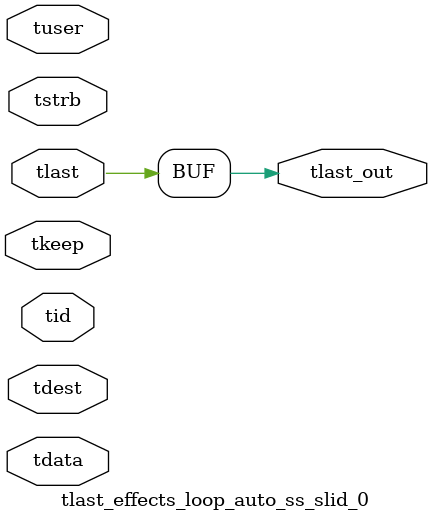
<source format=v>


`timescale 1ps/1ps

module tlast_effects_loop_auto_ss_slid_0 #
(
parameter C_S_AXIS_TID_WIDTH   = 1,
parameter C_S_AXIS_TUSER_WIDTH = 0,
parameter C_S_AXIS_TDATA_WIDTH = 0,
parameter C_S_AXIS_TDEST_WIDTH = 0
)
(
input  [(C_S_AXIS_TID_WIDTH   == 0 ? 1 : C_S_AXIS_TID_WIDTH)-1:0       ] tid,
input  [(C_S_AXIS_TDATA_WIDTH == 0 ? 1 : C_S_AXIS_TDATA_WIDTH)-1:0     ] tdata,
input  [(C_S_AXIS_TUSER_WIDTH == 0 ? 1 : C_S_AXIS_TUSER_WIDTH)-1:0     ] tuser,
input  [(C_S_AXIS_TDEST_WIDTH == 0 ? 1 : C_S_AXIS_TDEST_WIDTH)-1:0     ] tdest,
input  [(C_S_AXIS_TDATA_WIDTH/8)-1:0 ] tkeep,
input  [(C_S_AXIS_TDATA_WIDTH/8)-1:0 ] tstrb,
input  [0:0]                                                             tlast,
output                                                                   tlast_out
);

assign tlast_out = {tlast};

endmodule


</source>
